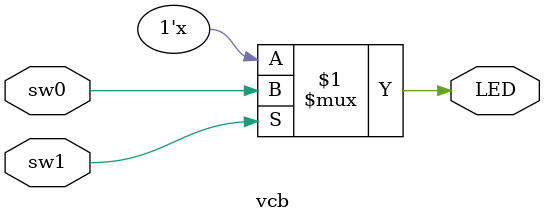
<source format=v>
`timescale 1ns / 1ps

module vcb(
   input  sw0,
   input  sw1,
   output tri LED
   );
   
   //and
   bufif1 b1(LED, sw0, sw1);
   //nor
   bufif1 b2(LED2,!sw0,!sw1);
   //nand
     bufif1 b3(LED3,!sw0,!sw0);
     bufif1 b4(LED4,!sw1,!sw1);
     //xor
   bufif1 b5(LED5, !sw1, sw0);
   bufif1 b6(LED6, !sw0, sw1);
     //nxor
     bufif1 b7(LED7, !sw1, !sw0);
     bufif1 b8(LED8, sw0, sw1);
     
     
endmodule
</source>
